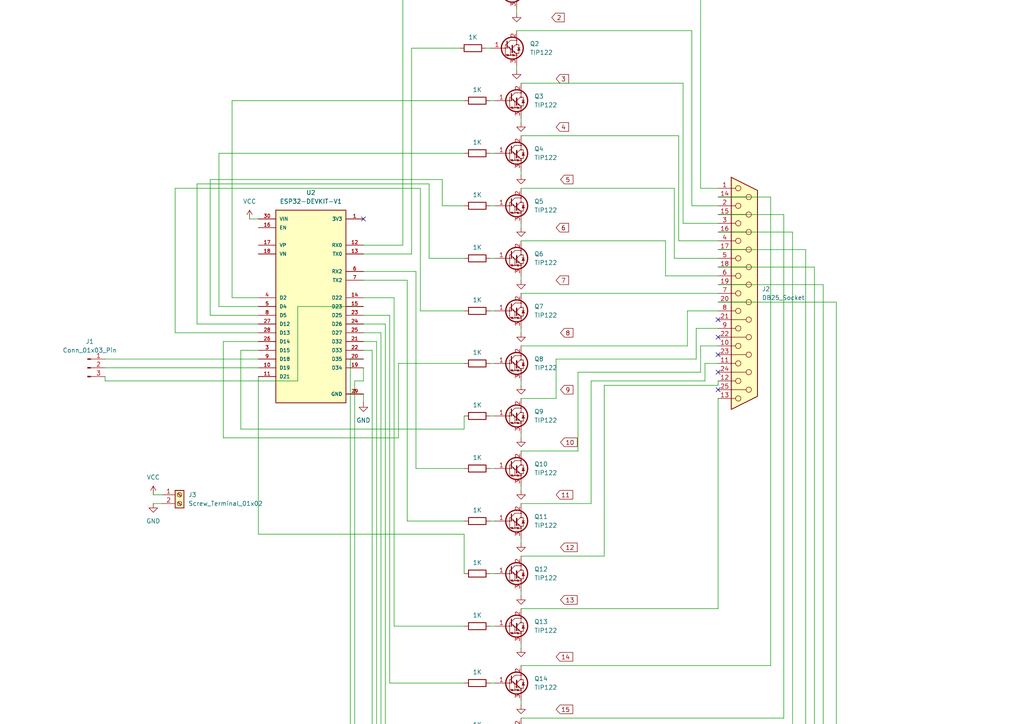
<source format=kicad_sch>
(kicad_sch (version 20250114) (generator "eeschema") (generator_version "9.0")
  (paper "A4")
  (lib_symbols
    (symbol "Connector:Conn_01x03_Pin" (pin_names (offset 1.016) (hide yes))
      (property "Reference" "J" (at 0 5.08 0))
      (property "Value" "Conn_01x03_Pin" (at 0 -5.08 0))
      (symbol "Conn_01x03_Pin_1_1"
        (rectangle (start 0.8636 2.667) (end 0 2.413) (stroke (width 0.1524)) (fill (type outline)))
        (rectangle (start 0.8636 0.127) (end 0 -0.127) (stroke (width 0.1524)) (fill (type outline)))
        (rectangle (start 0.8636 -2.413) (end 0 -2.667) (stroke (width 0.1524)) (fill (type outline)))
        (polyline (pts (xy 1.27 2.54) (xy 0.8636 2.54)) (stroke (width 0.1524)))
        (polyline (pts (xy 1.27 0) (xy 0.8636 0)) (stroke (width 0.1524)))
        (polyline (pts (xy 1.27 -2.54) (xy 0.8636 -2.54)) (stroke (width 0.1524)))
        (pin passive line (at 5.08 2.54 180) (length 3.81) (name "Pin_1") (number "1"))
        (pin passive line (at 5.08 0 180) (length 3.81) (name "Pin_2") (number "2"))
        (pin passive line (at 5.08 -2.54 180) (length 3.81) (name "Pin_3") (number "3"))
      )
    )
    (symbol "Connector:DB25_Socket" (pin_names (offset 1.016) (hide yes))
      (property "Reference" "J" (at 0 34.29 0))
      (property "Value" "DB25_Socket" (at 0 -34.925 0))
      (symbol "DB25_Socket_0_1"
        (polyline (pts (xy -3.81 33.655) (xy 3.81 29.845) (xy 3.81 -29.845) (xy -3.81 -33.655) (xy -3.81 33.655)) (stroke (width 0.254)) (fill (type background)))
        (polyline (pts (xy -3.81 30.48) (xy -2.54 30.48)))
        (polyline (pts (xy -3.81 27.94) (xy 0.508 27.94)))
        (polyline (pts (xy -3.81 25.4) (xy -2.54 25.4)))
        (polyline (pts (xy -3.81 22.86) (xy 0.508 22.86)))
        (polyline (pts (xy -3.81 20.32) (xy -2.54 20.32)))
        (polyline (pts (xy -3.81 17.78) (xy 0.508 17.78)))
        (polyline (pts (xy -3.81 15.24) (xy -2.54 15.24)))
        (polyline (pts (xy -3.81 12.7) (xy 0.508 12.7)))
        (polyline (pts (xy -3.81 10.16) (xy -2.54 10.16)))
        (polyline (pts (xy -3.81 7.62) (xy 0.508 7.62)))
        (polyline (pts (xy -3.81 5.08) (xy -2.54 5.08)))
        (polyline (pts (xy -3.81 2.54) (xy 0.508 2.54)))
        (polyline (pts (xy -3.81 0) (xy -2.54 0)))
        (polyline (pts (xy -3.81 -2.54) (xy 0.508 -2.54)))
        (polyline (pts (xy -3.81 -5.08) (xy -2.54 -5.08)))
        (polyline (pts (xy -3.81 -7.62) (xy 0.508 -7.62)))
        (polyline (pts (xy -3.81 -10.16) (xy -2.54 -10.16)))
        (polyline (pts (xy -3.81 -12.7) (xy 0.508 -12.7)))
        (polyline (pts (xy -3.81 -15.24) (xy -2.54 -15.24)))
        (polyline (pts (xy -3.81 -17.78) (xy 0.508 -17.78)))
        (polyline (pts (xy -3.81 -20.32) (xy -2.54 -20.32)))
        (polyline (pts (xy -3.81 -22.86) (xy 0.508 -22.86)))
        (polyline (pts (xy -3.81 -25.4) (xy -2.54 -25.4)))
        (polyline (pts (xy -3.81 -27.94) (xy 0.508 -27.94)))
        (polyline (pts (xy -3.81 -30.48) (xy -2.54 -30.48)))
        (circle (center -1.778 30.48) (radius 0.762))
        (circle (center -1.778 25.4) (radius 0.762))
        (circle (center -1.778 20.32) (radius 0.762))
        (circle (center -1.778 15.24) (radius 0.762))
        (circle (center -1.778 10.16) (radius 0.762))
        (circle (center -1.778 5.08) (radius 0.762))
        (circle (center -1.778 0) (radius 0.762))
        (circle (center -1.778 -5.08) (radius 0.762))
        (circle (center -1.778 -10.16) (radius 0.762))
        (circle (center -1.778 -15.24) (radius 0.762))
        (circle (center -1.778 -20.32) (radius 0.762))
        (circle (center -1.778 -25.4) (radius 0.762))
        (circle (center -1.778 -30.48) (radius 0.762))
        (circle (center 1.27 27.94) (radius 0.762))
        (circle (center 1.27 22.86) (radius 0.762))
        (circle (center 1.27 17.78) (radius 0.762))
        (circle (center 1.27 12.7) (radius 0.762))
        (circle (center 1.27 7.62) (radius 0.762))
        (circle (center 1.27 2.54) (radius 0.762))
        (circle (center 1.27 -2.54) (radius 0.762))
        (circle (center 1.27 -7.62) (radius 0.762))
        (circle (center 1.27 -12.7) (radius 0.762))
        (circle (center 1.27 -17.78) (radius 0.762))
        (circle (center 1.27 -22.86) (radius 0.762))
        (circle (center 1.27 -27.94) (radius 0.762))
      )
      (symbol "DB25_Socket_1_1"
        (pin passive line (at -7.62 30.48 0) (length 3.81) (name "1") (number "1"))
        (pin passive line (at -7.62 27.94 0) (length 3.81) (name "P14") (number "14"))
        (pin passive line (at -7.62 25.4 0) (length 3.81) (name "2") (number "2"))
        (pin passive line (at -7.62 22.86 0) (length 3.81) (name "P15") (number "15"))
        (pin passive line (at -7.62 20.32 0) (length 3.81) (name "3") (number "3"))
        (pin passive line (at -7.62 17.78 0) (length 3.81) (name "P16") (number "16"))
        (pin passive line (at -7.62 15.24 0) (length 3.81) (name "4") (number "4"))
        (pin passive line (at -7.62 12.7 0) (length 3.81) (name "P17") (number "17"))
        (pin passive line (at -7.62 10.16 0) (length 3.81) (name "5") (number "5"))
        (pin passive line (at -7.62 7.62 0) (length 3.81) (name "P18") (number "18"))
        (pin passive line (at -7.62 5.08 0) (length 3.81) (name "6") (number "6"))
        (pin passive line (at -7.62 2.54 0) (length 3.81) (name "P19") (number "19"))
        (pin passive line (at -7.62 0 0) (length 3.81) (name "7") (number "7"))
        (pin passive line (at -7.62 -2.54 0) (length 3.81) (name "P20") (number "20"))
        (pin passive line (at -7.62 -5.08 0) (length 3.81) (name "8") (number "8"))
        (pin passive line (at -7.62 -7.62 0) (length 3.81) (name "P21") (number "21"))
        (pin passive line (at -7.62 -10.16 0) (length 3.81) (name "9") (number "9"))
        (pin passive line (at -7.62 -12.7 0) (length 3.81) (name "P22") (number "22"))
        (pin passive line (at -7.62 -15.24 0) (length 3.81) (name "10") (number "10"))
        (pin passive line (at -7.62 -17.78 0) (length 3.81) (name "P23") (number "23"))
        (pin passive line (at -7.62 -20.32 0) (length 3.81) (name "11") (number "11"))
        (pin passive line (at -7.62 -22.86 0) (length 3.81) (name "P24") (number "24"))
        (pin passive line (at -7.62 -25.4 0) (length 3.81) (name "12") (number "12"))
        (pin passive line (at -7.62 -27.94 0) (length 3.81) (name "P25") (number "25"))
        (pin passive line (at -7.62 -30.48 0) (length 3.81) (name "13") (number "13"))
      )
    )
    (symbol "Connector:Screw_Terminal_01x02" (pin_names (offset 1.016) (hide yes))
      (property "Reference" "J" (at 0 2.54 0))
      (property "Value" "Screw_Terminal_01x02" (at 0 -5.08 0))
      (symbol "Screw_Terminal_01x02_1_1"
        (rectangle (start -1.27 1.27) (end 1.27 -3.81) (stroke (width 0.254)) (fill (type background)))
        (polyline (pts (xy -0.5334 0.3302) (xy 0.3302 -0.508)) (stroke (width 0.1524)))
        (polyline (pts (xy -0.5334 -2.2098) (xy 0.3302 -3.048)) (stroke (width 0.1524)))
        (polyline (pts (xy -0.3556 0.508) (xy 0.508 -0.3302)) (stroke (width 0.1524)))
        (polyline (pts (xy -0.3556 -2.032) (xy 0.508 -2.8702)) (stroke (width 0.1524)))
        (circle (center 0 0) (radius 0.635) (stroke (width 0.1524)))
        (circle (center 0 -2.54) (radius 0.635) (stroke (width 0.1524)))
        (pin passive line (at -5.08 0 0) (length 3.81) (name "Pin_1") (number "1"))
        (pin passive line (at -5.08 -2.54 0) (length 3.81) (name "Pin_2") (number "2"))
      )
    )
    (symbol "Device:R" (pin_numbers (hide yes)) (pin_names (offset 0))
      (property "Reference" "R" (at 2.032 0 90))
      (property "Value" "R" (at 0 0 90))
      (symbol "R_0_1"
        (rectangle (start -1.016 -2.54) (end 1.016 2.54) (stroke (width 0.254)))
      )
      (symbol "R_1_1"
        (pin passive line (at 0 3.81 270) (length 1.27) (name "~") (number "1"))
        (pin passive line (at 0 -3.81 90) (length 1.27) (name "~") (number "2"))
      )
    )
    (symbol "ESP32-DEVKIT-V1:ESP32-DEVKIT-V1" (pin_names (offset 1.016))
      (property "Reference" "U" (at -10.16 30.48 0))
      (property "Value" "ESP32-DEVKIT-V1" (at -10.16 -30.48 0))
      (symbol "ESP32-DEVKIT-V1_0_0"
        (rectangle (start -10.16 -27.94) (end 10.16 27.94) (stroke (width 0.254)) (fill (type background)))
        (pin input line (at -15.24 25.4 0) (length 5.08) (name "VIN") (number "30"))
        (pin input line (at -15.24 22.86 0) (length 5.08) (name "EN") (number "16"))
        (pin bidirectional line (at -15.24 17.78 0) (length 5.08) (name "VP") (number "17"))
        (pin bidirectional line (at -15.24 15.24 0) (length 5.08) (name "VN") (number "18"))
        (pin bidirectional line (at -15.24 2.54 0) (length 5.08) (name "D2") (number "4"))
        (pin bidirectional line (at -15.24 0 0) (length 5.08) (name "D4") (number "5"))
        (pin bidirectional line (at -15.24 -2.54 0) (length 5.08) (name "D5") (number "8"))
        (pin bidirectional line (at -15.24 -5.08 0) (length 5.08) (name "D12") (number "27"))
        (pin bidirectional line (at -15.24 -7.62 0) (length 5.08) (name "D13") (number "28"))
        (pin bidirectional line (at -15.24 -10.16 0) (length 5.08) (name "D14") (number "26"))
        (pin bidirectional line (at -15.24 -12.7 0) (length 5.08) (name "D15") (number "3"))
        (pin bidirectional line (at -15.24 -15.24 0) (length 5.08) (name "D18") (number "9"))
        (pin bidirectional line (at -15.24 -17.78 0) (length 5.08) (name "D19") (number "10"))
        (pin bidirectional line (at -15.24 -20.32 0) (length 5.08) (name "D21") (number "11"))
        (pin output line (at 15.24 25.4 180) (length 5.08) (name "3V3") (number "1"))
        (pin input line (at 15.24 17.78 180) (length 5.08) (name "RX0") (number "12"))
        (pin output line (at 15.24 15.24 180) (length 5.08) (name "TX0") (number "13"))
        (pin input line (at 15.24 10.16 180) (length 5.08) (name "RX2") (number "6"))
        (pin output line (at 15.24 7.62 180) (length 5.08) (name "TX2") (number "7"))
        (pin bidirectional line (at 15.24 2.54 180) (length 5.08) (name "D22") (number "14"))
        (pin bidirectional line (at 15.24 0 180) (length 5.08) (name "D23") (number "15"))
        (pin bidirectional line (at 15.24 -2.54 180) (length 5.08) (name "D25") (number "23"))
        (pin bidirectional line (at 15.24 -5.08 180) (length 5.08) (name "D26") (number "24"))
        (pin bidirectional line (at 15.24 -7.62 180) (length 5.08) (name "D27") (number "25"))
        (pin bidirectional line (at 15.24 -10.16 180) (length 5.08) (name "D32") (number "21"))
        (pin bidirectional line (at 15.24 -12.7 180) (length 5.08) (name "D33") (number "22"))
        (pin bidirectional line (at 15.24 -15.24 180) (length 5.08) (name "D35") (number "20"))
        (pin bidirectional line (at 15.24 -17.78 180) (length 5.08) (name "D34") (number "19"))
        (pin power_in line (at 15.24 -25.4 180) (length 5.08) (name "GND") (number "2"))
        (pin power_in line (at 15.24 -25.4 180) (length 5.08) (name "GND") (number "29"))
      )
    )
    (symbol "GND_1" (power) (pin_numbers (hide yes)) (pin_names (offset 0) (hide yes))
      (property "Value" "GND" (at 0 -3.81 0))
      (symbol "GND_1_0_1"
        (polyline (pts (xy 0 0) (xy 0 -1.27) (xy 1.27 -1.27) (xy 0 -2.54) (xy -1.27 -1.27) (xy 0 -1.27)))
      )
      (symbol "GND_1_1_1"
        (pin power_in line (at 0 0 270) (length 0) (name "~") (number "1"))
      )
    )
    (symbol "GND_2" (power) (pin_numbers (hide yes)) (pin_names (offset 0) (hide yes))
      (property "Value" "GND" (at 0 -3.81 0))
      (symbol "GND_2_0_1"
        (polyline (pts (xy 0 0) (xy 0 -1.27) (xy 1.27 -1.27) (xy 0 -2.54) (xy -1.27 -1.27) (xy 0 -1.27)))
      )
      (symbol "GND_2_1_1"
        (pin power_in line (at 0 0 270) (length 0) (name "~") (number "1"))
      )
    )
    (symbol "Transistor_BJT:TIP122" (pin_names (offset 0) (hide yes))
      (property "Reference" "Q" (at 5.08 1.905 0))
      (property "Value" "TIP122" (at 5.08 0 0))
      (symbol "TIP122_0_1"
        (polyline (pts (xy -1.27 0) (xy -0.889 0)))
        (circle (center -0.762 0) (radius 0.127))
        (polyline (pts (xy -0.254 2.032) (xy -0.254 0) (xy -0.254 0)) (stroke (width 0.3048)))
        (polyline (pts (xy -0.254 1.27) (xy 0.762 2.286) (xy 2.54 2.286)))
        (polyline (pts (xy -0.254 1.016) (xy -0.762 1.016) (xy -0.762 -2.032)))
        (polyline (pts (xy -0.254 0.762) (xy 0.762 -0.254) (xy 1.27 -0.254)))
        (polyline (pts (xy 0.635 -0.127) (xy 0.381 0.381) (xy 0.127 0.127) (xy 0.635 -0.127)))
        (polyline (pts (xy 0.762 -0.254) (xy 0.762 -2.032) (xy 1.143 -2.032) (xy 1.27 -1.778) (xy 1.397 -2.286) (xy 1.524 -1.778) (xy 1.651 -2.286) (xy 1.778 -1.778) (xy 1.905 -2.286) (xy 2.032 -2.032) (xy 2.54 -2.032)))
        (circle (center 0.762 -0.254) (radius 0.127))
        (polyline (pts (xy 0.762 -2.032) (xy 0.381 -2.032) (xy 0.254 -2.286) (xy 0.127 -1.778) (xy 0 -2.286) (xy -0.127 -1.778) (xy -0.254 -2.286) (xy -0.381 -1.778) (xy -0.508 -2.032) (xy -0.762 -2.032)))
        (circle (center 0.762 -2.032) (radius 0.127))
        (polyline (pts (xy 1.27 0.762) (xy 1.27 -1.27) (xy 1.27 -1.27)) (stroke (width 0.381)))
        (polyline (pts (xy 1.27 0) (xy 2.286 1.016) (xy 2.54 1.016) (xy 2.54 2.286)))
        (circle (center 1.27 0) (radius 3.175) (stroke (width 0.3556)))
        (polyline (pts (xy 1.27 -0.508) (xy 2.286 -1.524) (xy 2.54 -1.524) (xy 2.54 -2.032)))
        (polyline (pts (xy 2.159 -1.397) (xy 1.905 -0.889) (xy 1.651 -1.143) (xy 2.159 -1.397)))
        (circle (center 2.54 2.286) (radius 0.127))
        (circle (center 2.54 1.016) (radius 0.127))
        (polyline (pts (xy 2.54 -1.524) (xy 3.175 -1.524)))
        (circle (center 2.54 -1.524) (radius 0.127))
        (polyline (pts (xy 2.54 -2.032) (xy 2.54 -2.54)))
        (circle (center 2.54 -2.032) (radius 0.127))
        (polyline (pts (xy 2.794 0.127) (xy 3.556 0.127)))
        (polyline (pts (xy 3.175 1.016) (xy 2.54 1.016)))
        (polyline (pts (xy 3.175 1.016) (xy 3.175 0.127)))
        (polyline (pts (xy 3.175 0.127) (xy 2.794 -0.635) (xy 3.556 -0.635) (xy 3.175 0.127)) (fill (type outline)))
        (polyline (pts (xy 3.175 -0.635) (xy 3.175 -1.524)))
      )
      (symbol "TIP122_1_1"
        (pin input line (at -5.08 0 0) (length 3.81) (name "B") (number "1"))
        (pin passive line (at 2.54 5.08 270) (length 2.667) (name "C") (number "2"))
        (pin passive line (at 2.54 -5.08 90) (length 2.54) (name "E") (number "3"))
      )
    )
    (symbol "power:GND" (power) (pin_names (offset 0))
      (property "Value" "GND" (at 0 -3.81 0))
      (symbol "GND_0_1"
        (polyline (pts (xy 0 0) (xy 0 -1.27) (xy 1.27 -1.27) (xy 0 -2.54) (xy -1.27 -1.27) (xy 0 -1.27)))
      )
      (symbol "GND_1_1"
        (pin power_in line (at 0 0 270) (length 0) (hide yes) (name "GND") (number "1"))
      )
    )
    (symbol "power:VCC" (power) (pin_numbers (hide yes)) (pin_names (offset 0) (hide yes))
      (property "Value" "VCC" (at 0 3.556 0))
      (symbol "VCC_0_1"
        (polyline (pts (xy -0.762 1.27) (xy 0 2.54)))
        (polyline (pts (xy 0 2.54) (xy 0.762 1.27)))
        (polyline (pts (xy 0 0) (xy 0 2.54)))
      )
      (symbol "VCC_1_1"
        (pin power_in line (at 0 0 90) (length 0) (name "~") (number "1"))
      )
    )
  )
  (no_connect (at 105.41 63.5))
  (no_connect (at 208.28 107.95))
  (no_connect (at 208.28 113.03))
  (no_connect (at 208.28 97.79))
  (no_connect (at 208.28 92.71))
  (no_connect (at 208.28 102.87))
  (wire (pts (xy 105.41 86.36) (xy 114.3 86.36)))
  (wire (pts (xy 121.92 54.61) (xy 50.8 54.61)))
  (wire (pts (xy 44.45 146.05) (xy 46.99 146.05)))
  (wire (pts (xy 151.13 54.61) (xy 195.58 54.61)))
  (wire (pts (xy 67.31 29.21) (xy 67.31 86.36)))
  (wire (pts (xy 152.4 280.67) (xy 152.4 281.94)))
  (wire (pts (xy 74.93 154.94) (xy 134.62 154.94)))
  (wire (pts (xy 57.15 53.34) (xy 57.15 93.98)))
  (wire (pts (xy 69.85 101.6) (xy 69.85 124.46)))
  (wire (pts (xy 142.24 181.61) (xy 143.51 181.61)))
  (wire (pts (xy 208.28 80.01) (xy 193.04 80.01)))
  (wire (pts (xy 105.41 73.66) (xy 119.38 73.66)))
  (wire (pts (xy 135.89 292.1) (xy 101.6 292.1)))
  (wire (pts (xy 63.5 44.45) (xy 63.5 88.9)))
  (wire (pts (xy 143.51 275.59) (xy 144.78 275.59)))
  (wire (pts (xy 151.13 85.09) (xy 208.28 85.09)))
  (wire (pts (xy 208.28 100.33) (xy 203.2 100.33)))
  (wire (pts (xy 236.22 255.27) (xy 236.22 77.47)))
  (wire (pts (xy 118.11 151.13) (xy 134.62 151.13)))
  (wire (pts (xy 105.41 101.6) (xy 107.95 101.6)))
  (wire (pts (xy 124.46 53.34) (xy 57.15 53.34)))
  (wire (pts (xy 151.13 208.28) (xy 227.33 208.28)))
  (wire (pts (xy 151.13 218.44) (xy 151.13 219.71)))
  (wire (pts (xy 198.12 24.13) (xy 198.12 64.77)))
  (wire (pts (xy 105.41 91.44) (xy 113.03 91.44)))
  (wire (pts (xy 242.57 287.02) (xy 242.57 87.63)))
  (wire (pts (xy 151.13 100.33) (xy 199.39 100.33)))
  (wire (pts (xy 198.12 64.77) (xy 208.28 64.77)))
  (wire (pts (xy 142.24 151.13) (xy 143.51 151.13)))
  (wire (pts (xy 200.66 8.89) (xy 200.66 59.69)))
  (wire (pts (xy 115.57 105.41) (xy 115.57 127)))
  (wire (pts (xy 109.22 243.84) (xy 135.89 243.84)))
  (wire (pts (xy 151.13 176.53) (xy 208.28 176.53)))
  (wire (pts (xy 196.85 39.37) (xy 196.85 69.85)))
  (wire (pts (xy 107.95 260.35) (xy 135.89 260.35)))
  (wire (pts (xy 151.13 140.97) (xy 151.13 142.24)))
  (wire (pts (xy 142.24 44.45) (xy 143.51 44.45)))
  (wire (pts (xy 142.24 120.65) (xy 143.51 120.65)))
  (wire (pts (xy 151.13 193.04) (xy 223.52 193.04)))
  (wire (pts (xy 201.93 95.25) (xy 208.28 95.25)))
  (wire (pts (xy 142.24 135.89) (xy 143.51 135.89)))
  (wire (pts (xy 151.13 125.73) (xy 151.13 127)))
  (wire (pts (xy 110.49 96.52) (xy 110.49 228.6)))
  (wire (pts (xy 142.24 213.36) (xy 143.51 213.36)))
  (wire (pts (xy 208.28 82.55) (xy 238.76 82.55)))
  (wire (pts (xy 101.6 104.14) (xy 105.41 104.14)))
  (wire (pts (xy 57.15 93.98) (xy 74.93 93.98)))
  (wire (pts (xy 121.92 90.17) (xy 121.92 54.61)))
  (wire (pts (xy 105.41 110.49) (xy 102.87 110.49)))
  (wire (pts (xy 110.49 228.6) (xy 134.62 228.6)))
  (wire (pts (xy 151.13 64.77) (xy 151.13 66.04)))
  (wire (pts (xy 199.39 100.33) (xy 199.39 90.17)))
  (wire (pts (xy 60.96 91.44) (xy 74.93 91.44)))
  (wire (pts (xy 171.45 110.49) (xy 204.47 110.49)))
  (wire (pts (xy 149.86 8.89) (xy 200.66 8.89)))
  (wire (pts (xy 203.2 54.61) (xy 208.28 54.61)))
  (wire (pts (xy 109.22 99.06) (xy 109.22 243.84)))
  (wire (pts (xy 152.4 297.18) (xy 152.4 298.45)))
  (wire (pts (xy 44.45 143.51) (xy 46.99 143.51)))
  (wire (pts (xy 195.58 54.61) (xy 195.58 74.93)))
  (wire (pts (xy 118.11 81.28) (xy 118.11 151.13)))
  (wire (pts (xy 229.87 67.31) (xy 208.28 67.31)))
  (wire (pts (xy 151.13 130.81) (xy 167.64 130.81)))
  (wire (pts (xy 151.13 186.69) (xy 151.13 187.96)))
  (wire (pts (xy 105.41 114.3) (xy 105.41 116.84)))
  (wire (pts (xy 105.41 99.06) (xy 109.22 99.06)))
  (wire (pts (xy 134.62 154.94) (xy 134.62 166.37)))
  (wire (pts (xy 64.77 99.06) (xy 74.93 99.06)))
  (wire (pts (xy 171.45 146.05) (xy 171.45 110.49)))
  (wire (pts (xy 105.41 81.28) (xy 118.11 81.28)))
  (wire (pts (xy 151.13 95.25) (xy 151.13 96.52)))
  (wire (pts (xy 233.68 72.39) (xy 233.68 238.76)))
  (wire (pts (xy 114.3 86.36) (xy 114.3 181.61)))
  (wire (pts (xy 223.52 193.04) (xy 223.52 57.15)))
  (wire (pts (xy 223.52 57.15) (xy 208.28 57.15)))
  (wire (pts (xy 142.24 59.69) (xy 143.51 59.69)))
  (wire (pts (xy 201.93 104.14) (xy 201.93 95.25)))
  (wire (pts (xy 67.31 86.36) (xy 74.93 86.36)))
  (wire (pts (xy 142.24 90.17) (xy 143.51 90.17)))
  (wire (pts (xy 113.03 198.12) (xy 134.62 198.12)))
  (wire (pts (xy 115.57 127) (xy 64.77 127)))
  (wire (pts (xy 199.39 90.17) (xy 208.28 90.17)))
  (wire (pts (xy 152.4 248.92) (xy 152.4 250.19)))
  (wire (pts (xy 151.13 34.29) (xy 151.13 35.56)))
  (wire (pts (xy 143.51 292.1) (xy 144.78 292.1)))
  (wire (pts (xy 142.24 74.93) (xy 143.51 74.93)))
  (wire (pts (xy 140.97 13.97) (xy 142.24 13.97)))
  (wire (pts (xy 120.65 135.89) (xy 134.62 135.89)))
  (wire (pts (xy 63.5 88.9) (xy 74.93 88.9)))
  (wire (pts (xy 134.62 90.17) (xy 121.92 90.17)))
  (wire (pts (xy 238.76 82.55) (xy 238.76 270.51)))
  (wire (pts (xy 30.48 104.14) (xy 74.93 104.14)))
  (wire (pts (xy 151.13 156.21) (xy 151.13 157.48)))
  (wire (pts (xy 69.85 124.46) (xy 134.62 124.46)))
  (wire (pts (xy 152.4 265.43) (xy 152.4 266.7)))
  (wire (pts (xy 203.2 -7.62) (xy 203.2 54.61)))
  (wire (pts (xy 105.41 88.9) (xy 86.36 88.9)))
  (wire (pts (xy 107.95 101.6) (xy 107.95 260.35)))
  (wire (pts (xy 133.35 -2.54) (xy 116.84 -2.54)))
  (wire (pts (xy 74.93 101.6) (xy 69.85 101.6)))
  (wire (pts (xy 134.62 74.93) (xy 124.46 74.93)))
  (wire (pts (xy 236.22 77.47) (xy 208.28 77.47)))
  (wire (pts (xy 128.27 59.69) (xy 128.27 52.07)))
  (wire (pts (xy 208.28 115.57) (xy 208.28 176.53)))
  (wire (pts (xy 105.41 106.68) (xy 105.41 110.49)))
  (wire (pts (xy 120.65 78.74) (xy 120.65 135.89)))
  (wire (pts (xy 151.13 49.53) (xy 151.13 50.8)))
  (wire (pts (xy 152.4 238.76) (xy 233.68 238.76)))
  (wire (pts (xy 143.51 243.84) (xy 144.78 243.84)))
  (wire (pts (xy 151.13 39.37) (xy 196.85 39.37)))
  (wire (pts (xy 161.29 115.57) (xy 161.29 104.14)))
  (wire (pts (xy 175.26 161.29) (xy 175.26 111.76)))
  (wire (pts (xy 167.64 107.95) (xy 167.64 130.81)))
  (wire (pts (xy 151.13 115.57) (xy 161.29 115.57)))
  (wire (pts (xy 151.13 203.2) (xy 151.13 204.47)))
  (wire (pts (xy 151.13 24.13) (xy 198.12 24.13)))
  (wire (pts (xy 102.87 275.59) (xy 135.89 275.59)))
  (wire (pts (xy 86.36 88.9) (xy 86.36 110.49)))
  (wire (pts (xy 152.4 287.02) (xy 242.57 287.02)))
  (wire (pts (xy 161.29 104.14) (xy 201.93 104.14)))
  (wire (pts (xy 142.24 228.6) (xy 143.51 228.6)))
  (wire (pts (xy 204.47 110.49) (xy 204.47 105.41)))
  (wire (pts (xy 200.66 59.69) (xy 208.28 59.69)))
  (wire (pts (xy 204.47 105.41) (xy 208.28 105.41)))
  (wire (pts (xy 128.27 52.07) (xy 60.96 52.07)))
  (wire (pts (xy 134.62 124.46) (xy 134.62 120.65)))
  (wire (pts (xy 152.4 255.27) (xy 236.22 255.27)))
  (wire (pts (xy 142.24 198.12) (xy 143.51 198.12)))
  (wire (pts (xy 151.13 110.49) (xy 151.13 111.76)))
  (wire (pts (xy 151.13 146.05) (xy 171.45 146.05)))
  (wire (pts (xy 152.4 270.51) (xy 238.76 270.51)))
  (wire (pts (xy 149.86 19.05) (xy 149.86 20.32)))
  (wire (pts (xy 151.13 223.52) (xy 229.87 223.52)))
  (wire (pts (xy 119.38 13.97) (xy 133.35 13.97)))
  (wire (pts (xy 134.62 29.21) (xy 67.31 29.21)))
  (wire (pts (xy 30.48 109.22) (xy 30.48 110.49)))
  (wire (pts (xy 134.62 105.41) (xy 115.57 105.41)))
  (wire (pts (xy 242.57 87.63) (xy 208.28 87.63)))
  (wire (pts (xy 60.96 52.07) (xy 60.96 91.44)))
  (wire (pts (xy 208.28 62.23) (xy 227.33 62.23)))
  (wire (pts (xy 142.24 105.41) (xy 143.51 105.41)))
  (wire (pts (xy 105.41 96.52) (xy 110.49 96.52)))
  (wire (pts (xy 50.8 96.52) (xy 74.93 96.52)))
  (wire (pts (xy 74.93 109.22) (xy 74.93 154.94)))
  (wire (pts (xy 227.33 62.23) (xy 227.33 208.28)))
  (wire (pts (xy 116.84 71.12) (xy 105.41 71.12)))
  (wire (pts (xy 208.28 111.76) (xy 208.28 110.49)))
  (wire (pts (xy 142.24 29.21) (xy 143.51 29.21)))
  (wire (pts (xy 114.3 181.61) (xy 134.62 181.61)))
  (wire (pts (xy 151.13 80.01) (xy 151.13 81.28)))
  (wire (pts (xy 175.26 111.76) (xy 208.28 111.76)))
  (wire (pts (xy 151.13 233.68) (xy 151.13 234.95)))
  (wire (pts (xy 203.2 107.95) (xy 167.64 107.95)))
  (wire (pts (xy 50.8 54.61) (xy 50.8 96.52)))
  (wire (pts (xy 208.28 72.39) (xy 233.68 72.39)))
  (wire (pts (xy 134.62 44.45) (xy 63.5 44.45)))
  (wire (pts (xy 64.77 127) (xy 64.77 99.06)))
  (wire (pts (xy 105.41 78.74) (xy 120.65 78.74)))
  (wire (pts (xy 102.87 110.49) (xy 102.87 275.59)))
  (wire (pts (xy 151.13 161.29) (xy 175.26 161.29)))
  (wire (pts (xy 113.03 91.44) (xy 113.03 198.12)))
  (wire (pts (xy 149.86 -7.62) (xy 203.2 -7.62)))
  (wire (pts (xy 30.48 106.68) (xy 74.93 106.68)))
  (wire (pts (xy 72.39 63.5) (xy 74.93 63.5)))
  (wire (pts (xy 111.76 213.36) (xy 134.62 213.36)))
  (wire (pts (xy 193.04 80.01) (xy 193.04 69.85)))
  (wire (pts (xy 101.6 292.1) (xy 101.6 104.14)))
  (wire (pts (xy 142.24 166.37) (xy 143.51 166.37)))
  (wire (pts (xy 116.84 -2.54) (xy 116.84 71.12)))
  (wire (pts (xy 203.2 100.33) (xy 203.2 107.95)))
  (wire (pts (xy 30.48 110.49) (xy 86.36 110.49)))
  (wire (pts (xy 134.62 59.69) (xy 128.27 59.69)))
  (wire (pts (xy 119.38 73.66) (xy 119.38 13.97)))
  (wire (pts (xy 143.51 260.35) (xy 144.78 260.35)))
  (wire (pts (xy 229.87 223.52) (xy 229.87 67.31)))
  (wire (pts (xy 195.58 74.93) (xy 208.28 74.93)))
  (wire (pts (xy 151.13 171.45) (xy 151.13 172.72)))
  (wire (pts (xy 149.86 2.54) (xy 149.86 3.81)))
  (wire (pts (xy 105.41 93.98) (xy 111.76 93.98)))
  (wire (pts (xy 124.46 74.93) (xy 124.46 53.34)))
  (wire (pts (xy 111.76 93.98) (xy 111.76 213.36)))
  (wire (pts (xy 151.13 69.85) (xy 193.04 69.85)))
  (wire (pts (xy 196.85 69.85) (xy 208.28 69.85)))
  (wire (pts (xy 140.97 -2.54) (xy 142.24 -2.54)))
  (global_label "13" (shape input) (at 162.56 173.99 0) (property "Intersheetrefs" "${INTERSHEET_REFS}" (effects (hide yes))))
  (global_label "7" (shape input) (at 161.29 81.28 0) (property "Intersheetrefs" "${INTERSHEET_REFS}" (effects (hide yes))))
  (global_label "10" (shape input) (at 162.56 128.27 0) (property "Intersheetrefs" "${INTERSHEET_REFS}" (effects (hide yes))))
  (global_label "2" (shape input) (at 160.02 5.08 0) (property "Intersheetrefs" "${INTERSHEET_REFS}" (effects (hide yes))))
  (global_label "19" (shape input) (at 163.83 267.97 0) (property "Intersheetrefs" "${INTERSHEET_REFS}" (effects (hide yes))))
  (global_label "17" (shape input) (at 162.56 237.49 0) (property "Intersheetrefs" "${INTERSHEET_REFS}" (effects (hide yes))))
  (global_label "9" (shape input) (at 162.56 113.03 0) (property "Intersheetrefs" "${INTERSHEET_REFS}" (effects (hide yes))))
  (global_label "8" (shape input) (at 162.56 96.52 0) (property "Intersheetrefs" "${INTERSHEET_REFS}" (effects (hide yes))))
  (global_label "12" (shape input) (at 162.56 158.75 0) (property "Intersheetrefs" "${INTERSHEET_REFS}" (effects (hide yes))))
  (global_label "20" (shape input) (at 163.83 284.48 0) (property "Intersheetrefs" "${INTERSHEET_REFS}" (effects (hide yes))))
  (global_label "18" (shape input) (at 162.56 252.73 0) (property "Intersheetrefs" "${INTERSHEET_REFS}" (effects (hide yes))))
  (global_label "5" (shape input) (at 162.56 52.07 0) (property "Intersheetrefs" "${INTERSHEET_REFS}" (effects (hide yes))))
  (global_label "4" (shape input) (at 161.29 36.83 0) (property "Intersheetrefs" "${INTERSHEET_REFS}" (effects (hide yes))))
  (global_label "1" (shape input) (at 160.02 -10.16 0) (property "Intersheetrefs" "${INTERSHEET_REFS}" (effects (hide yes))))
  (global_label "11" (shape input) (at 161.29 143.51 0) (property "Intersheetrefs" "${INTERSHEET_REFS}" (effects (hide yes))))
  (global_label "6" (shape input) (at 161.29 66.04 0) (property "Intersheetrefs" "${INTERSHEET_REFS}" (effects (hide yes))))
  (global_label "16" (shape input) (at 160.02 219.71 0) (property "Intersheetrefs" "${INTERSHEET_REFS}" (effects (hide yes))))
  (global_label "3" (shape input) (at 161.29 22.86 0) (property "Intersheetrefs" "${INTERSHEET_REFS}" (effects (hide yes))))
  (global_label "14" (shape input) (at 161.29 190.5 0) (property "Intersheetrefs" "${INTERSHEET_REFS}" (effects (hide yes))))
  (global_label "15" (shape input) (at 161.29 205.74 0) (property "Intersheetrefs" "${INTERSHEET_REFS}" (effects (hide yes))))
  (symbol (lib_id "power:GND") (at 151.13 187.96 0) (unit 1)
    (property "Reference" "#PWR010" (effects (hide yes)))
    (property "Value" "GND" (effects (hide yes)))
  )
  (symbol (lib_id "power:GND") (at 152.4 266.7 0) (unit 1)
    (property "Reference" "#PWR016" (effects (hide yes)))
    (property "Value" "GND" (effects (hide yes)))
  )
  (symbol (lib_id "Device:R") (at 137.16 -2.54 270) (unit 1)
    (property "Reference" ".1" (at 137.16 -8.255 90) (effects (font (size 0.001 0.001))))
    (property "Value" "1K" (at 137.16 -5.715 90))
    (property "Footprint" "Resistor_THT:R_Axial_DIN0309_L9.0mm_D3.2mm_P20.32mm_Horizontal" (effects (hide yes)))
  )
  (symbol (lib_id "Connector:Conn_01x03_Pin") (at 25.4 106.68 0) (unit 1)
    (property "Reference" "J1" (at 26.035 99.06 0))
    (property "Value" "Conn_01x03_Pin" (at 26.035 101.6 0))
    (property "Footprint" "Connector_PinSocket_2.54mm:PinSocket_1x03_P2.54mm_Vertical" (effects (hide yes)))
    (property "Description" "Generic connector, single row, 01x03, script generated" (effects (hide yes)))
  )
  (symbol (lib_id "Transistor_BJT:TIP122") (at 148.59 213.36 0) (unit 1)
    (property "Reference" "Q15" (at 154.94 212.0899 0) (effects (justify left)))
    (property "Value" "TIP122" (at 154.94 214.6299 0) (effects (justify left)))
    (property "Footprint" "Package_TO_SOT_THT:TO-220-3_Vertical" (effects (hide yes)))
    (property "Datasheet" "https://www.onsemi.com/pub/Collateral/TIP120-D.PDF" (effects (hide yes)))
    (property "Description" "5A Ic, 100V Vce, Silicon Darlington Power NPN Transistor, TO-220" (effects (hide yes)))
  )
  (symbol (lib_id "power:GND") (at 151.13 157.48 0) (unit 1)
    (property "Reference" "#PWR08" (effects (hide yes)))
    (property "Value" "GND" (effects (hide yes)))
  )
  (symbol (lib_id "power:GND") (at 151.13 219.71 0) (unit 1)
    (property "Reference" "#PWR019" (effects (hide yes)))
    (property "Value" "GND" (effects (hide yes)))
  )
  (symbol (lib_id "Transistor_BJT:TIP122") (at 149.86 292.1 0) (unit 1)
    (property "Reference" "Q20" (at 156.21 290.8299 0) (effects (justify left)))
    (property "Value" "TIP122" (at 156.21 293.3699 0) (effects (justify left)))
    (property "Footprint" "Package_TO_SOT_THT:TO-220-3_Vertical" (effects (hide yes)))
    (property "Datasheet" "https://www.onsemi.com/pub/Collateral/TIP120-D.PDF" (effects (hide yes)))
    (property "Description" "5A Ic, 100V Vce, Silicon Darlington Power NPN Transistor, TO-220" (effects (hide yes)))
  )
  (symbol (lib_id "power:GND") (at 151.13 234.95 0) (unit 1)
    (property "Reference" "#PWR014" (effects (hide yes)))
    (property "Value" "GND" (effects (hide yes)))
  )
  (symbol (lib_id "power:GND") (at 151.13 35.56 0) (unit 1)
    (property "Reference" "#PWR0101" (effects (hide yes)))
    (property "Value" "GND" (effects (hide yes)))
  )
  (symbol (lib_id "Device:R") (at 138.43 105.41 270) (unit 1)
    (property "Reference" ".8" (at 138.43 99.695 90) (effects (font (size 0.001 0.001))))
    (property "Value" "1K" (at 138.43 102.235 90))
    (property "Footprint" "Resistor_THT:R_Axial_DIN0309_L9.0mm_D3.2mm_P20.32mm_Horizontal" (effects (hide yes)))
  )
  (symbol (lib_id "Transistor_BJT:TIP122") (at 148.59 105.41 0) (unit 1)
    (property "Reference" "Q8" (at 154.94 104.1399 0) (effects (justify left)))
    (property "Value" "TIP122" (at 154.94 106.6799 0) (effects (justify left)))
    (property "Footprint" "Package_TO_SOT_THT:TO-220-3_Vertical" (effects (hide yes)))
    (property "Datasheet" "https://www.onsemi.com/pub/Collateral/TIP120-D.PDF" (effects (hide yes)))
    (property "Description" "5A Ic, 100V Vce, Silicon Darlington Power NPN Transistor, TO-220" (effects (hide yes)))
  )
  (symbol (lib_id "Device:R") (at 138.43 228.6 270) (unit 1)
    (property "Reference" ".16" (at 138.43 222.885 90) (effects (font (size 0.001 0.001))))
    (property "Value" "1K" (at 138.43 225.425 90))
    (property "Footprint" "Resistor_THT:R_Axial_DIN0309_L9.0mm_D3.2mm_P20.32mm_Horizontal" (effects (hide yes)))
  )
  (symbol (lib_id "power:GND") (at 151.13 81.28 0) (unit 1)
    (property "Reference" "#PWR03" (effects (hide yes)))
    (property "Value" "GND" (effects (hide yes)))
  )
  (symbol (lib_id "Device:R") (at 138.43 44.45 270) (unit 1)
    (property "Reference" ".4" (at 138.43 38.735 90) (effects (font (size 0.001 0.001))))
    (property "Value" "1K" (at 138.43 41.275 90))
    (property "Footprint" "Resistor_THT:R_Axial_DIN0309_L9.0mm_D3.2mm_P20.32mm_Horizontal" (effects (hide yes)))
  )
  (symbol (lib_id "Connector:DB25_Socket") (at 215.9 85.09 0) (unit 1)
    (property "Reference" "J2" (at 220.98 83.8199 0) (effects (justify left)))
    (property "Value" "DB25_Socket" (at 220.98 86.3599 0) (effects (justify left)))
    (property "Footprint" "Connector_Dsub:DSUB-25_Pins_Horizontal_P2.77x2.54mm_EdgePinOffset9.40mm" (effects (hide yes)))
    (property "Description" "25-pin D-SUB connector, socket (female)" (effects (hide yes)))
  )
  (symbol (lib_id "Device:R") (at 138.43 120.65 270) (unit 1)
    (property "Reference" ".9" (at 138.43 114.935 90) (effects (font (size 0.001 0.001))))
    (property "Value" "1K" (at 138.43 117.475 90))
    (property "Footprint" "Resistor_THT:R_Axial_DIN0309_L9.0mm_D3.2mm_P20.32mm_Horizontal" (effects (hide yes)))
  )
  (symbol (lib_id "Device:R") (at 138.43 29.21 270) (unit 1)
    (property "Reference" ".3" (at 138.43 23.495 90) (effects (font (size 0.001 0.001))))
    (property "Value" "1K" (at 138.43 26.035 90))
    (property "Footprint" "Resistor_THT:R_Axial_DIN0309_L9.0mm_D3.2mm_P20.32mm_Horizontal" (effects (hide yes)))
  )
  (symbol (lib_id "power:GND") (at 151.13 127 0) (unit 1)
    (property "Reference" "#PWR06" (effects (hide yes)))
    (property "Value" "GND" (effects (hide yes)))
  )
  (symbol (lib_id "Connector:Screw_Terminal_01x02") (at 52.07 143.51 0) (unit 1)
    (property "Reference" "J3" (at 54.61 143.5099 0) (effects (justify left)))
    (property "Value" "Screw_Terminal_01x02" (at 54.61 146.0499 0) (effects (justify left)))
    (property "Footprint" "TerminalBlock:TerminalBlock_Altech_AK300-2_P5.00mm" (effects (hide yes)))
    (property "Description" "Generic screw terminal, single row, 01x02, script generated (kicad-library-utils/schlib/autogen/connector/)" (effects (hide yes)))
  )
  (symbol (lib_id "power:GND") (at 149.86 20.32 0) (unit 1)
    (property "Reference" "#PWR012" (effects (hide yes)))
    (property "Value" "GND" (effects (hide yes)))
  )
  (symbol (lib_id "Transistor_BJT:TIP122") (at 148.59 90.17 0) (unit 1)
    (property "Reference" "Q7" (at 154.94 88.8999 0) (effects (justify left)))
    (property "Value" "TIP122" (at 154.94 91.4399 0) (effects (justify left)))
    (property "Footprint" "Package_TO_SOT_THT:TO-220-3_Vertical" (effects (hide yes)))
    (property "Datasheet" "https://www.onsemi.com/pub/Collateral/TIP120-D.PDF" (effects (hide yes)))
    (property "Description" "5A Ic, 100V Vce, Silicon Darlington Power NPN Transistor, TO-220" (effects (hide yes)))
  )
  (symbol (lib_name "GND_1") (lib_id "power:GND") (at 105.41 116.84 0) (unit 1)
    (property "Reference" "#PWR020" (effects (hide yes)))
    (property "Value" "GND" (at 105.41 121.92 0))
    (property "Description" "Power symbol creates a global label with name \"GND\" , ground" (effects (hide yes)))
  )
  (symbol (lib_id "power:GND") (at 151.13 172.72 0) (unit 1)
    (property "Reference" "#PWR09" (effects (hide yes)))
    (property "Value" "GND" (effects (hide yes)))
  )
  (symbol (lib_id "Device:R") (at 138.43 181.61 270) (unit 1)
    (property "Reference" ".13" (at 138.43 175.895 90) (effects (font (size 0.001 0.001))))
    (property "Value" "1K" (at 138.43 178.435 90))
    (property "Footprint" "Resistor_THT:R_Axial_DIN0309_L9.0mm_D3.2mm_P20.32mm_Horizontal" (effects (hide yes)))
  )
  (symbol (lib_id "Transistor_BJT:TIP122") (at 147.32 -2.54 0) (unit 1)
    (property "Reference" "Q1" (at 153.67 -3.8101 0) (effects (justify left)))
    (property "Value" "TIP122" (at 153.67 -1.2701 0) (effects (justify left)))
    (property "Footprint" "Package_TO_SOT_THT:TO-220-3_Vertical" (effects (hide yes)))
    (property "Datasheet" "https://www.onsemi.com/pub/Collateral/TIP120-D.PDF" (effects (hide yes)))
    (property "Description" "5A Ic, 100V Vce, Silicon Darlington Power NPN Transistor, TO-220" (effects (hide yes)))
  )
  (symbol (lib_id "power:GND") (at 151.13 111.76 0) (unit 1)
    (property "Reference" "#PWR05" (effects (hide yes)))
    (property "Value" "GND" (effects (hide yes)))
  )
  (symbol (lib_id "Transistor_BJT:TIP122") (at 148.59 166.37 0) (unit 1)
    (property "Reference" "Q12" (at 154.94 165.0999 0) (effects (justify left)))
    (property "Value" "TIP122" (at 154.94 167.6399 0) (effects (justify left)))
    (property "Footprint" "Package_TO_SOT_THT:TO-220-3_Vertical" (effects (hide yes)))
    (property "Datasheet" "https://www.onsemi.com/pub/Collateral/TIP120-D.PDF" (effects (hide yes)))
    (property "Description" "5A Ic, 100V Vce, Silicon Darlington Power NPN Transistor, TO-220" (effects (hide yes)))
  )
  (symbol (lib_id "Device:R") (at 139.7 275.59 270) (unit 1)
    (property "Reference" ".19" (at 139.7 269.875 90) (effects (font (size 0.001 0.001))))
    (property "Value" "1K" (at 139.7 272.415 90))
    (property "Footprint" "Resistor_THT:R_Axial_DIN0309_L9.0mm_D3.2mm_P20.32mm_Horizontal" (effects (hide yes)))
  )
  (symbol (lib_id "Device:R") (at 138.43 59.69 270) (unit 1)
    (property "Reference" ".5" (at 138.43 53.975 90) (effects (font (size 0.001 0.001))))
    (property "Value" "1K" (at 138.43 56.515 90))
    (property "Footprint" "Resistor_THT:R_Axial_DIN0309_L9.0mm_D3.2mm_P20.32mm_Horizontal" (effects (hide yes)))
  )
  (symbol (lib_id "Transistor_BJT:TIP122") (at 148.59 181.61 0) (unit 1)
    (property "Reference" "Q13" (at 154.94 180.3399 0) (effects (justify left)))
    (property "Value" "TIP122" (at 154.94 182.8799 0) (effects (justify left)))
    (property "Footprint" "Package_TO_SOT_THT:TO-220-3_Vertical" (effects (hide yes)))
    (property "Datasheet" "https://www.onsemi.com/pub/Collateral/TIP120-D.PDF" (effects (hide yes)))
    (property "Description" "5A Ic, 100V Vce, Silicon Darlington Power NPN Transistor, TO-220" (effects (hide yes)))
  )
  (symbol (lib_id "power:GND") (at 151.13 142.24 0) (unit 1)
    (property "Reference" "#PWR07" (effects (hide yes)))
    (property "Value" "GND" (effects (hide yes)))
  )
  (symbol (lib_id "Transistor_BJT:TIP122") (at 148.59 120.65 0) (unit 1)
    (property "Reference" "Q9" (at 154.94 119.3799 0) (effects (justify left)))
    (property "Value" "TIP122" (at 154.94 121.9199 0) (effects (justify left)))
    (property "Footprint" "Package_TO_SOT_THT:TO-220-3_Vertical" (effects (hide yes)))
    (property "Datasheet" "https://www.onsemi.com/pub/Collateral/TIP120-D.PDF" (effects (hide yes)))
    (property "Description" "5A Ic, 100V Vce, Silicon Darlington Power NPN Transistor, TO-220" (effects (hide yes)))
  )
  (symbol (lib_id "Device:R") (at 138.43 135.89 270) (unit 1)
    (property "Reference" ".10" (at 138.43 130.175 90) (effects (font (size 0.001 0.001))))
    (property "Value" "1K" (at 138.43 132.715 90))
    (property "Footprint" "Resistor_THT:R_Axial_DIN0309_L9.0mm_D3.2mm_P20.32mm_Horizontal" (effects (hide yes)))
  )
  (symbol (lib_id "power:GND") (at 151.13 96.52 0) (unit 1)
    (property "Reference" "#PWR04" (effects (hide yes)))
    (property "Value" "GND" (effects (hide yes)))
  )
  (symbol (lib_id "power:GND") (at 152.4 281.94 0) (unit 1)
    (property "Reference" "#PWR017" (effects (hide yes)))
    (property "Value" "GND" (effects (hide yes)))
  )
  (symbol (lib_id "Transistor_BJT:TIP122") (at 148.59 135.89 0) (unit 1)
    (property "Reference" "Q10" (at 154.94 134.6199 0) (effects (justify left)))
    (property "Value" "TIP122" (at 154.94 137.1599 0) (effects (justify left)))
    (property "Footprint" "Package_TO_SOT_THT:TO-220-3_Vertical" (effects (hide yes)))
    (property "Datasheet" "https://www.onsemi.com/pub/Collateral/TIP120-D.PDF" (effects (hide yes)))
    (property "Description" "5A Ic, 100V Vce, Silicon Darlington Power NPN Transistor, TO-220" (effects (hide yes)))
  )
  (symbol (lib_id "power:GND") (at 151.13 204.47 0) (unit 1)
    (property "Reference" "#PWR011" (effects (hide yes)))
    (property "Value" "GND" (effects (hide yes)))
  )
  (symbol (lib_id "Transistor_BJT:TIP122") (at 148.59 29.21 0) (unit 1)
    (property "Reference" "Q3" (at 154.94 27.9399 0) (effects (justify left)))
    (property "Value" "TIP122" (at 154.94 30.4799 0) (effects (justify left)))
    (property "Footprint" "Package_TO_SOT_THT:TO-220-3_Vertical" (effects (hide yes)))
    (property "Datasheet" "https://www.onsemi.com/pub/Collateral/TIP120-D.PDF" (effects (hide yes)))
    (property "Description" "5A Ic, 100V Vce, Silicon Darlington Power NPN Transistor, TO-220" (effects (hide yes)))
  )
  (symbol (lib_id "Device:R") (at 138.43 166.37 270) (unit 1)
    (property "Reference" ".12" (at 138.43 160.655 90) (effects (font (size 0.001 0.001))))
    (property "Value" "1K" (at 138.43 163.195 90))
    (property "Footprint" "Resistor_THT:R_Axial_DIN0309_L9.0mm_D3.2mm_P20.32mm_Horizontal" (effects (hide yes)))
  )
  (symbol (lib_id "Device:R") (at 138.43 90.17 270) (unit 1)
    (property "Reference" ".7" (at 138.43 84.455 90) (effects (font (size 0.001 0.001))))
    (property "Value" "1K" (at 138.43 86.995 90))
    (property "Footprint" "Resistor_THT:R_Axial_DIN0309_L9.0mm_D3.2mm_P20.32mm_Horizontal" (effects (hide yes)))
  )
  (symbol (lib_id "Transistor_BJT:TIP122") (at 148.59 198.12 0) (unit 1)
    (property "Reference" "Q14" (at 154.94 196.8499 0) (effects (justify left)))
    (property "Value" "TIP122" (at 154.94 199.3899 0) (effects (justify left)))
    (property "Footprint" "Package_TO_SOT_THT:TO-220-3_Vertical" (effects (hide yes)))
    (property "Datasheet" "https://www.onsemi.com/pub/Collateral/TIP120-D.PDF" (effects (hide yes)))
    (property "Description" "5A Ic, 100V Vce, Silicon Darlington Power NPN Transistor, TO-220" (effects (hide yes)))
  )
  (symbol (lib_id "Device:R") (at 139.7 260.35 270) (unit 1)
    (property "Reference" ".18" (at 139.7 254.635 90) (effects (font (size 0.001 0.001))))
    (property "Value" "1K" (at 139.7 257.175 90))
    (property "Footprint" "Resistor_THT:R_Axial_DIN0309_L9.0mm_D3.2mm_P20.32mm_Horizontal" (effects (hide yes)))
  )
  (symbol (lib_id "power:GND") (at 151.13 66.04 0) (unit 1)
    (property "Reference" "#PWR02" (effects (hide yes)))
    (property "Value" "GND" (effects (hide yes)))
  )
  (symbol (lib_id "power:GND") (at 152.4 250.19 0) (unit 1)
    (property "Reference" "#PWR015" (effects (hide yes)))
    (property "Value" "GND" (effects (hide yes)))
  )
  (symbol (lib_id "Transistor_BJT:TIP122") (at 149.86 275.59 0) (unit 1)
    (property "Reference" "Q19" (at 156.21 274.3199 0) (effects (justify left)))
    (property "Value" "TIP122" (at 156.21 276.8599 0) (effects (justify left)))
    (property "Footprint" "Package_TO_SOT_THT:TO-220-3_Vertical" (effects (hide yes)))
    (property "Datasheet" "https://www.onsemi.com/pub/Collateral/TIP120-D.PDF" (effects (hide yes)))
    (property "Description" "5A Ic, 100V Vce, Silicon Darlington Power NPN Transistor, TO-220" (effects (hide yes)))
  )
  (symbol (lib_id "Transistor_BJT:TIP122") (at 148.59 44.45 0) (unit 1)
    (property "Reference" "Q4" (at 154.94 43.1799 0) (effects (justify left)))
    (property "Value" "TIP122" (at 154.94 45.7199 0) (effects (justify left)))
    (property "Footprint" "Package_TO_SOT_THT:TO-220-3_Vertical" (effects (hide yes)))
    (property "Datasheet" "https://www.onsemi.com/pub/Collateral/TIP120-D.PDF" (effects (hide yes)))
    (property "Description" "5A Ic, 100V Vce, Silicon Darlington Power NPN Transistor, TO-220" (effects (hide yes)))
  )
  (symbol (lib_id "Transistor_BJT:TIP122") (at 148.59 74.93 0) (unit 1)
    (property "Reference" "Q6" (at 154.94 73.6599 0) (effects (justify left)))
    (property "Value" "TIP122" (at 154.94 76.1999 0) (effects (justify left)))
    (property "Footprint" "Package_TO_SOT_THT:TO-220-3_Vertical" (effects (hide yes)))
    (property "Datasheet" "https://www.onsemi.com/pub/Collateral/TIP120-D.PDF" (effects (hide yes)))
    (property "Description" "5A Ic, 100V Vce, Silicon Darlington Power NPN Transistor, TO-220" (effects (hide yes)))
  )
  (symbol (lib_id "Device:R") (at 138.43 213.36 270) (unit 1)
    (property "Reference" ".15" (at 138.43 207.645 90) (effects (font (size 0.001 0.001))))
    (property "Value" "1K" (at 138.43 210.185 90))
    (property "Footprint" "Resistor_THT:R_Axial_DIN0309_L9.0mm_D3.2mm_P20.32mm_Horizontal" (effects (hide yes)))
  )
  (symbol (lib_id "Device:R") (at 137.16 13.97 270) (unit 1)
    (property "Reference" ".2" (at 137.16 8.255 90) (effects (font (size 0.001 0.001))))
    (property "Value" "1K" (at 137.16 10.795 90))
    (property "Footprint" "Resistor_THT:R_Axial_DIN0309_L9.0mm_D3.2mm_P20.32mm_Horizontal" (effects (hide yes)))
  )
  (symbol (lib_id "Transistor_BJT:TIP122") (at 149.86 243.84 0) (unit 1)
    (property "Reference" "Q17" (at 156.21 242.5699 0) (effects (justify left)))
    (property "Value" "TIP122" (at 156.21 245.1099 0) (effects (justify left)))
    (property "Footprint" "Package_TO_SOT_THT:TO-220-3_Vertical" (effects (hide yes)))
    (property "Datasheet" "https://www.onsemi.com/pub/Collateral/TIP120-D.PDF" (effects (hide yes)))
    (property "Description" "5A Ic, 100V Vce, Silicon Darlington Power NPN Transistor, TO-220" (effects (hide yes)))
  )
  (symbol (lib_id "Device:R") (at 138.43 198.12 270) (unit 1)
    (property "Reference" ".14" (at 138.43 192.405 90) (effects (font (size 0.001 0.001))))
    (property "Value" "1K" (at 138.43 194.945 90))
    (property "Footprint" "Resistor_THT:R_Axial_DIN0309_L9.0mm_D3.2mm_P20.32mm_Horizontal" (effects (hide yes)))
  )
  (symbol (lib_id "power:GND") (at 149.86 3.81 0) (unit 1)
    (property "Reference" "#PWR013" (effects (hide yes)))
    (property "Value" "GND" (effects (hide yes)))
  )
  (symbol (lib_id "Device:R") (at 138.43 74.93 270) (unit 1)
    (property "Reference" ".6" (at 138.43 69.215 90) (effects (font (size 0.001 0.001))))
    (property "Value" "1K" (at 138.43 71.755 90))
    (property "Footprint" "Resistor_THT:R_Axial_DIN0309_L9.0mm_D3.2mm_P20.32mm_Horizontal" (effects (hide yes)))
  )
  (symbol (lib_id "Device:R") (at 139.7 243.84 270) (unit 1)
    (property "Reference" ".17" (at 139.7 238.125 90) (effects (font (size 0.001 0.001))))
    (property "Value" "1K" (at 139.7 240.665 90))
    (property "Footprint" "Resistor_THT:R_Axial_DIN0309_L9.0mm_D3.2mm_P20.32mm_Horizontal" (effects (hide yes)))
  )
  (symbol (lib_id "power:VCC") (at 72.39 63.5 0) (unit 1)
    (property "Reference" "#PWR021" (effects (hide yes)))
    (property "Value" "VCC" (at 72.39 58.42 0))
    (property "Description" "Power symbol creates a global label with name \"VCC\"" (effects (hide yes)))
  )
  (symbol (lib_id "power:GND") (at 152.4 298.45 0) (unit 1)
    (property "Reference" "#PWR018" (effects (hide yes)))
    (property "Value" "GND" (effects (hide yes)))
  )
  (symbol (lib_name "GND_2") (lib_id "power:GND") (at 44.45 146.05 0) (unit 1)
    (property "Reference" "#PWR023" (effects (hide yes)))
    (property "Value" "GND" (at 44.45 151.13 0))
    (property "Description" "Power symbol creates a global label with name \"GND\" , ground" (effects (hide yes)))
  )
  (symbol (lib_id "Transistor_BJT:TIP122") (at 147.32 13.97 0) (unit 1)
    (property "Reference" "Q2" (at 153.67 12.6999 0) (effects (justify left)))
    (property "Value" "TIP122" (at 153.67 15.2399 0) (effects (justify left)))
    (property "Footprint" "Package_TO_SOT_THT:TO-220-3_Vertical" (effects (hide yes)))
    (property "Datasheet" "https://www.onsemi.com/pub/Collateral/TIP120-D.PDF" (effects (hide yes)))
    (property "Description" "5A Ic, 100V Vce, Silicon Darlington Power NPN Transistor, TO-220" (effects (hide yes)))
  )
  (symbol (lib_id "Transistor_BJT:TIP122") (at 149.86 260.35 0) (unit 1)
    (property "Reference" "Q18" (at 156.21 259.0799 0) (effects (justify left)))
    (property "Value" "TIP122" (at 156.21 261.6199 0) (effects (justify left)))
    (property "Footprint" "Package_TO_SOT_THT:TO-220-3_Vertical" (effects (hide yes)))
    (property "Datasheet" "https://www.onsemi.com/pub/Collateral/TIP120-D.PDF" (effects (hide yes)))
    (property "Description" "5A Ic, 100V Vce, Silicon Darlington Power NPN Transistor, TO-220" (effects (hide yes)))
  )
  (symbol (lib_id "power:VCC") (at 44.45 143.51 0) (unit 1)
    (property "Reference" "#PWR022" (effects (hide yes)))
    (property "Value" "VCC" (at 44.45 138.43 0))
    (property "Description" "Power symbol creates a global label with name \"VCC\"" (effects (hide yes)))
  )
  (symbol (lib_id "Transistor_BJT:TIP122") (at 148.59 59.69 0) (unit 1)
    (property "Reference" "Q5" (at 154.94 58.4199 0) (effects (justify left)))
    (property "Value" "TIP122" (at 154.94 60.9599 0) (effects (justify left)))
    (property "Footprint" "Package_TO_SOT_THT:TO-220-3_Vertical" (effects (hide yes)))
    (property "Datasheet" "https://www.onsemi.com/pub/Collateral/TIP120-D.PDF" (effects (hide yes)))
    (property "Description" "5A Ic, 100V Vce, Silicon Darlington Power NPN Transistor, TO-220" (effects (hide yes)))
  )
  (symbol (lib_id "Transistor_BJT:TIP122") (at 148.59 228.6 0) (unit 1)
    (property "Reference" "Q16" (at 154.94 227.3299 0) (effects (justify left)))
    (property "Value" "TIP122" (at 154.94 229.8699 0) (effects (justify left)))
    (property "Footprint" "Package_TO_SOT_THT:TO-220-3_Vertical" (effects (hide yes)))
    (property "Datasheet" "https://www.onsemi.com/pub/Collateral/TIP120-D.PDF" (effects (hide yes)))
    (property "Description" "5A Ic, 100V Vce, Silicon Darlington Power NPN Transistor, TO-220" (effects (hide yes)))
  )
  (symbol (lib_id "power:GND") (at 151.13 50.8 0) (unit 1)
    (property "Reference" "#PWR01" (effects (hide yes)))
    (property "Value" "GND" (effects (hide yes)))
  )
  (symbol (lib_id "Device:R") (at 139.7 292.1 270) (unit 1)
    (property "Reference" ".20" (at 139.7 286.385 90) (effects (font (size 0.001 0.001))))
    (property "Value" "1K" (at 139.7 288.925 90))
    (property "Footprint" "Resistor_THT:R_Axial_DIN0309_L9.0mm_D3.2mm_P20.32mm_Horizontal" (effects (hide yes)))
  )
  (symbol (lib_id "Device:R") (at 138.43 151.13 270) (unit 1)
    (property "Reference" ".11" (at 138.43 145.415 90) (effects (font (size 0.001 0.001))))
    (property "Value" "1K" (at 138.43 147.955 90))
    (property "Footprint" "Resistor_THT:R_Axial_DIN0309_L9.0mm_D3.2mm_P20.32mm_Horizontal" (effects (hide yes)))
  )
  (symbol (lib_id "Transistor_BJT:TIP122") (at 148.59 151.13 0) (unit 1)
    (property "Reference" "Q11" (at 154.94 149.8599 0) (effects (justify left)))
    (property "Value" "TIP122" (at 154.94 152.3999 0) (effects (justify left)))
    (property "Footprint" "Package_TO_SOT_THT:TO-220-3_Vertical" (effects (hide yes)))
    (property "Datasheet" "https://www.onsemi.com/pub/Collateral/TIP120-D.PDF" (effects (hide yes)))
    (property "Description" "5A Ic, 100V Vce, Silicon Darlington Power NPN Transistor, TO-220" (effects (hide yes)))
  )
  (symbol (lib_id "ESP32-DEVKIT-V1:ESP32-DEVKIT-V1") (at 90.17 88.9 0) (unit 1)
    (property "Reference" "U2" (at 90.17 55.88 0))
    (property "Value" "ESP32-DEVKIT-V1" (at 90.17 58.42 0))
    (property "Footprint" "ESP32-DEVKIT-V1:MODULE_ESP32_DEVKIT_V1" (effects (hide yes)))
    (property "MF" "Do it" (effects (hide yes)))
    (property "MAXIMUM_PACKAGE_HEIGHT" "6.8 mm" (effects (hide yes)))
    (property "Package" "None" (effects (hide yes)))
    (property "Price" "None" (effects (hide yes)))
    (property "Check_prices" "https://www.snapeda.com/parts/ESP32-DEVKIT-V1/Do+it/view-part/?ref=eda" (effects (hide yes)))
    (property "STANDARD" "Manufacturer Recommendations" (effects (hide yes)))
    (property "PARTREV" "N/A" (effects (hide yes)))
    (property "SnapEDA_Link" "https://www.snapeda.com/parts/ESP32-DEVKIT-V1/Do+it/view-part/?ref=snap" (effects (hide yes)))
    (property "MP" "ESP32-DEVKIT-V1" (effects (hide yes)))
    (property "Description_1" "Dual core, Wi-Fi: 2.4 GHz up to 150 Mbits/s,BLE (Bluetooth Low Energy) and legacy Bluetooth, 32 bits, Up to 240 MHz" (effects (hide yes)))
    (property "Availability" "Not in stock" (effects (hide yes)))
    (property "MANUFACTURER" "DOIT" (effects (hide yes)))
  )
)
</source>
